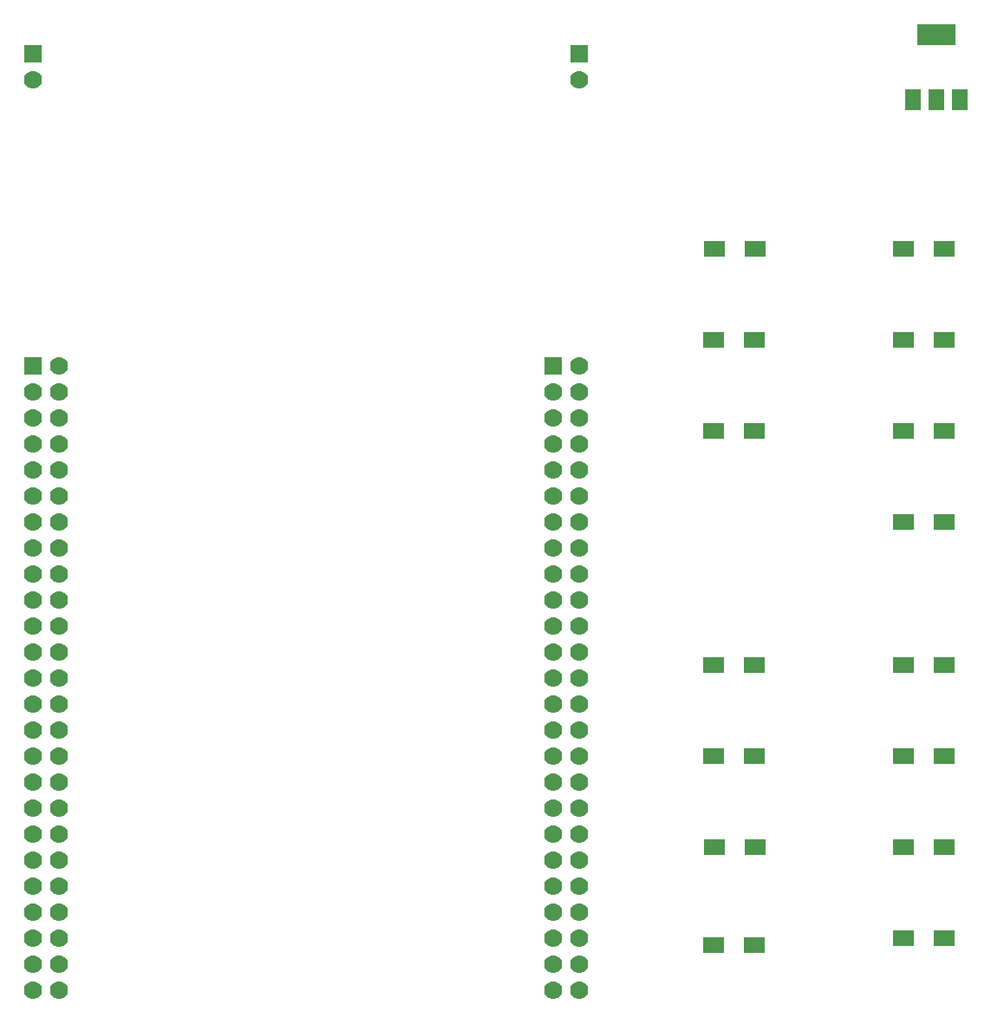
<source format=gbp>
G04 #@! TF.FileFunction,Paste,Bot*
%FSLAX46Y46*%
G04 Gerber Fmt 4.6, Leading zero omitted, Abs format (unit mm)*
G04 Created by KiCad (PCBNEW 4.0.7) date Tue Mar  6 11:31:25 2018*
%MOMM*%
%LPD*%
G01*
G04 APERTURE LIST*
%ADD10C,0.150000*%
%ADD11R,2.000000X1.600000*%
%ADD12R,1.778000X1.778000*%
%ADD13C,1.778000*%
%ADD14R,3.800000X2.000000*%
%ADD15R,1.500000X2.000000*%
G04 APERTURE END LIST*
D10*
D11*
X90075000Y76200000D03*
X94075000Y76200000D03*
X90075000Y26670000D03*
X94075000Y26670000D03*
X90075000Y35560000D03*
X94075000Y35560000D03*
X90075000Y49530000D03*
X94075000Y49530000D03*
X90075000Y58420000D03*
X94075000Y58420000D03*
X90075000Y67310000D03*
X94075000Y67310000D03*
X71660000Y76200000D03*
X75660000Y76200000D03*
X71565000Y67310000D03*
X75565000Y67310000D03*
X71565000Y58420000D03*
X75565000Y58420000D03*
X90075000Y8890000D03*
X94075000Y8890000D03*
X90075000Y17780000D03*
X94075000Y17780000D03*
X71565000Y35560000D03*
X75565000Y35560000D03*
X71565000Y26670000D03*
X75565000Y26670000D03*
X71660000Y17780000D03*
X75660000Y17780000D03*
X71565000Y8255000D03*
X75565000Y8255000D03*
D12*
X5080000Y64770000D03*
D13*
X5080000Y62230000D03*
X5080000Y59690000D03*
X5080000Y57150000D03*
X5080000Y54610000D03*
X5080000Y52070000D03*
X5080000Y49530000D03*
X5080000Y46990000D03*
X5080000Y44450000D03*
X5080000Y41910000D03*
X5080000Y39370000D03*
X5080000Y36830000D03*
X5080000Y34290000D03*
X5080000Y31750000D03*
X5080000Y29210000D03*
X5080000Y26670000D03*
X5080000Y24130000D03*
X5080000Y21590000D03*
X5080000Y19050000D03*
X5080000Y16510000D03*
X5080000Y13970000D03*
X5080000Y11430000D03*
X5080000Y8890000D03*
X5080000Y6350000D03*
X5080000Y3810000D03*
X7620000Y64770000D03*
X7620000Y62230000D03*
X7620000Y59690000D03*
X7620000Y57150000D03*
X7620000Y54610000D03*
X7620000Y52070000D03*
X7620000Y49530000D03*
X7620000Y46990000D03*
X7620000Y44450000D03*
X7620000Y41910000D03*
X7620000Y39370000D03*
X7620000Y36830000D03*
X7620000Y34290000D03*
X7620000Y31750000D03*
X7620000Y29210000D03*
X7620000Y26670000D03*
X7620000Y24130000D03*
X7620000Y21590000D03*
X7620000Y19050000D03*
X7620000Y16510000D03*
X7620000Y13970000D03*
X7620000Y11430000D03*
X7620000Y8890000D03*
X7620000Y6350000D03*
X7620000Y3810000D03*
D12*
X55880000Y64770000D03*
D13*
X55880000Y62230000D03*
X55880000Y59690000D03*
X55880000Y57150000D03*
X55880000Y54610000D03*
X55880000Y52070000D03*
X55880000Y49530000D03*
X55880000Y46990000D03*
X55880000Y44450000D03*
X55880000Y41910000D03*
X55880000Y39370000D03*
X55880000Y36830000D03*
X55880000Y34290000D03*
X55880000Y31750000D03*
X55880000Y29210000D03*
X55880000Y26670000D03*
X55880000Y24130000D03*
X55880000Y21590000D03*
X55880000Y19050000D03*
X55880000Y16510000D03*
X55880000Y13970000D03*
X55880000Y11430000D03*
X55880000Y8890000D03*
X55880000Y6350000D03*
X55880000Y3810000D03*
X58420000Y64770000D03*
X58420000Y62230000D03*
X58420000Y59690000D03*
X58420000Y57150000D03*
X58420000Y54610000D03*
X58420000Y52070000D03*
X58420000Y49530000D03*
X58420000Y46990000D03*
X58420000Y44450000D03*
X58420000Y41910000D03*
X58420000Y39370000D03*
X58420000Y36830000D03*
X58420000Y34290000D03*
X58420000Y31750000D03*
X58420000Y29210000D03*
X58420000Y26670000D03*
X58420000Y24130000D03*
X58420000Y21590000D03*
X58420000Y19050000D03*
X58420000Y16510000D03*
X58420000Y13970000D03*
X58420000Y11430000D03*
X58420000Y8890000D03*
X58420000Y6350000D03*
X58420000Y3810000D03*
D12*
X5080000Y95250000D03*
D13*
X5080000Y92710000D03*
D12*
X58420000Y95250000D03*
D13*
X58420000Y92710000D03*
D14*
X93345000Y97130000D03*
D15*
X93345000Y90830000D03*
X91045000Y90830000D03*
X95645000Y90830000D03*
M02*

</source>
